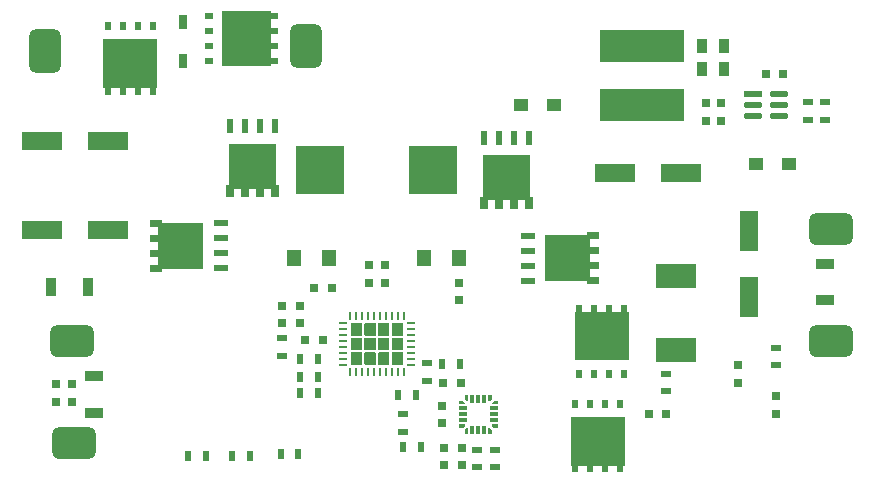
<source format=gbr>
%TF.GenerationSoftware,Altium Limited,Altium Designer,25.4.2 (15)*%
G04 Layer_Color=8421504*
%FSLAX45Y45*%
%MOMM*%
%TF.SameCoordinates,3CA1961E-9661-47C5-9BAE-CD2B19B8C498*%
%TF.FilePolarity,Positive*%
%TF.FileFunction,Paste,Top*%
%TF.Part,Single*%
G01*
G75*
%TA.AperFunction,SMDPad,CuDef*%
%ADD11R,1.60000X3.50000*%
%ADD12R,4.10000X4.10000*%
%ADD14R,0.80000X0.80000*%
%ADD15R,0.80000X0.80000*%
%ADD17R,1.27000X0.60960*%
%ADD18C,3.35614*%
%ADD20R,0.60960X1.27000*%
%ADD21R,3.50000X1.60000*%
%ADD23C,3.68719*%
%ADD24R,0.50000X0.65000*%
%ADD25R,1.28000X1.04000*%
%ADD26R,0.90000X1.30000*%
G04:AMPARAMS|DCode=27|XSize=1.55439mm|YSize=0.57213mm|CornerRadius=0.28606mm|HoleSize=0mm|Usage=FLASHONLY|Rotation=0.000|XOffset=0mm|YOffset=0mm|HoleType=Round|Shape=RoundedRectangle|*
%AMROUNDEDRECTD27*
21,1,1.55439,0.00000,0,0,0.0*
21,1,0.98226,0.57213,0,0,0.0*
1,1,0.57213,0.49113,0.00000*
1,1,0.57213,-0.49113,0.00000*
1,1,0.57213,-0.49113,0.00000*
1,1,0.57213,0.49113,0.00000*
%
%ADD27ROUNDEDRECTD27*%
%ADD28R,1.55439X0.57213*%
%ADD29R,3.40000X2.10000*%
%ADD31R,0.30000X0.70000*%
%ADD33R,0.70000X0.30000*%
%ADD34R,1.60000X0.90000*%
%ADD35R,1.30000X1.40000*%
G04:AMPARAMS|DCode=37|XSize=0.25mm|YSize=0.6mm|CornerRadius=0.05mm|HoleSize=0mm|Usage=FLASHONLY|Rotation=90.000|XOffset=0mm|YOffset=0mm|HoleType=Round|Shape=RoundedRectangle|*
%AMROUNDEDRECTD37*
21,1,0.25000,0.50000,0,0,90.0*
21,1,0.15000,0.60000,0,0,90.0*
1,1,0.10000,0.25000,0.07500*
1,1,0.10000,0.25000,-0.07500*
1,1,0.10000,-0.25000,-0.07500*
1,1,0.10000,-0.25000,0.07500*
%
%ADD37ROUNDEDRECTD37*%
G04:AMPARAMS|DCode=38|XSize=0.6mm|YSize=0.25mm|CornerRadius=0.05mm|HoleSize=0mm|Usage=FLASHONLY|Rotation=90.000|XOffset=0mm|YOffset=0mm|HoleType=Round|Shape=RoundedRectangle|*
%AMROUNDEDRECTD38*
21,1,0.60000,0.15000,0,0,90.0*
21,1,0.50000,0.25000,0,0,90.0*
1,1,0.10000,0.07500,0.25000*
1,1,0.10000,0.07500,-0.25000*
1,1,0.10000,-0.07500,-0.25000*
1,1,0.10000,-0.07500,0.25000*
%
%ADD38ROUNDEDRECTD38*%
%ADD39R,0.75000X1.25000*%
%ADD40R,0.65000X0.50000*%
%ADD41R,0.90000X1.60000*%
%ADD82R,7.16808X2.66808*%
%ADD83R,0.84390X0.54390*%
%ADD84R,0.54390X0.84390*%
G04:AMPARAMS|DCode=85|XSize=2.73106mm|YSize=3.73106mm|CornerRadius=0.61553mm|HoleSize=0mm|Usage=FLASHONLY|Rotation=90.000|XOffset=0mm|YOffset=0mm|HoleType=Round|Shape=RoundedRectangle|*
%AMROUNDEDRECTD85*
21,1,2.73106,2.50000,0,0,90.0*
21,1,1.50000,3.73106,0,0,90.0*
1,1,1.23106,1.25000,0.75000*
1,1,1.23106,1.25000,-0.75000*
1,1,1.23106,-1.25000,-0.75000*
1,1,1.23106,-1.25000,0.75000*
%
%ADD85ROUNDEDRECTD85*%
G04:AMPARAMS|DCode=86|XSize=2.73106mm|YSize=3.73106mm|CornerRadius=0.61553mm|HoleSize=0mm|Usage=FLASHONLY|Rotation=0.000|XOffset=0mm|YOffset=0mm|HoleType=Round|Shape=RoundedRectangle|*
%AMROUNDEDRECTD86*
21,1,2.73106,2.50000,0,0,0.0*
21,1,1.50000,3.73106,0,0,0.0*
1,1,1.23106,0.75000,-1.25000*
1,1,1.23106,-0.75000,-1.25000*
1,1,1.23106,-0.75000,1.25000*
1,1,1.23106,0.75000,1.25000*
%
%ADD86ROUNDEDRECTD86*%
G36*
X10057156Y8776648D02*
X10112156D01*
Y8726648D01*
X10057156D01*
Y8649648D01*
X10112156D01*
Y8599648D01*
X10057156D01*
Y8522648D01*
X10112156D01*
Y8472648D01*
X10057156D01*
Y8395648D01*
X10112156D01*
Y8345648D01*
X10057156D01*
Y8331148D01*
X9645156D01*
Y8791148D01*
X10057156D01*
Y8776648D01*
D02*
G37*
G36*
X9093500Y8142500D02*
X9079000D01*
Y8087500D01*
X9029000D01*
Y8142500D01*
X8952000D01*
Y8087500D01*
X8902000D01*
Y8142500D01*
X8825000D01*
Y8087500D01*
X8775000D01*
Y8142500D01*
X8698000D01*
Y8087500D01*
X8648000D01*
Y8142500D01*
X8633500D01*
Y8554500D01*
X9093500D01*
Y8142500D01*
D02*
G37*
G36*
X10095580Y7321400D02*
X10120980D01*
Y7219800D01*
X10060020D01*
Y7290920D01*
X9993980D01*
Y7219800D01*
X9933020D01*
Y7290920D01*
X9866980D01*
Y7219800D01*
X9806020D01*
Y7290920D01*
X9739980D01*
Y7219800D01*
X9679020D01*
Y7321400D01*
X9704420D01*
Y7671920D01*
X10095580D01*
Y7321400D01*
D02*
G37*
G36*
X12245580Y7221400D02*
X12270980D01*
Y7119800D01*
X12210020D01*
Y7190920D01*
X12143980D01*
Y7119800D01*
X12083020D01*
Y7190920D01*
X12016980D01*
Y7119800D01*
X11956020D01*
Y7190920D01*
X11889980D01*
Y7119800D01*
X11829020D01*
Y7221400D01*
X11854420D01*
Y7571920D01*
X12245580D01*
Y7221400D01*
D02*
G37*
G36*
X9134700Y7002080D02*
X9485220D01*
Y6610920D01*
X9134700D01*
Y6585520D01*
X9033100D01*
Y6646480D01*
X9104220D01*
Y6712520D01*
X9033100D01*
Y6773480D01*
X9104220D01*
Y6839520D01*
X9033100D01*
Y6900480D01*
X9104220D01*
Y6966520D01*
X9033100D01*
Y7027480D01*
X9134700D01*
Y7002080D01*
D02*
G37*
G36*
X12830200Y6860020D02*
X12759080D01*
Y6793980D01*
X12830200D01*
Y6733020D01*
X12759080D01*
Y6666980D01*
X12830200D01*
Y6606020D01*
X12759080D01*
Y6539980D01*
X12830200D01*
Y6479020D01*
X12728600D01*
Y6504420D01*
X12378080D01*
Y6895580D01*
X12728600D01*
Y6920980D01*
X12830200D01*
Y6860020D01*
D02*
G37*
G36*
X13072000Y6247500D02*
X13086501D01*
Y5835500D01*
X12626500D01*
Y6247500D01*
X12641000D01*
Y6302500D01*
X12691000D01*
Y6247500D01*
X12768000D01*
Y6302500D01*
X12817999D01*
Y6247500D01*
X12895000D01*
Y6302500D01*
X12945000D01*
Y6247500D01*
X13022000D01*
Y6302500D01*
X13072000D01*
Y6247500D01*
D02*
G37*
G36*
X11173633Y6148939D02*
X11175039Y6147532D01*
X11175801Y6145694D01*
Y6144700D01*
Y6051700D01*
Y6050705D01*
X11175039Y6048868D01*
X11173633Y6047461D01*
X11171795Y6046700D01*
X11083806D01*
X11081968Y6047461D01*
X11080562Y6048868D01*
X11079801Y6050705D01*
Y6051700D01*
Y6144700D01*
Y6145694D01*
X11080562Y6147532D01*
X11081968Y6148939D01*
X11083806Y6149700D01*
X11171795D01*
X11173633Y6148939D01*
D02*
G37*
G36*
X11057633D02*
X11059039Y6147532D01*
X11059801Y6145694D01*
Y6144700D01*
Y6051700D01*
Y6050705D01*
X11059039Y6048868D01*
X11057633Y6047461D01*
X11055795Y6046700D01*
X10967806D01*
X10965968Y6047461D01*
X10964562Y6048868D01*
X10963801Y6050705D01*
Y6051700D01*
Y6144700D01*
Y6145694D01*
X10964562Y6147532D01*
X10965968Y6148939D01*
X10967806Y6149700D01*
X11055795D01*
X11057633Y6148939D01*
D02*
G37*
G36*
X10941633D02*
X10943039Y6147532D01*
X10943801Y6145694D01*
Y6144700D01*
Y6051700D01*
Y6050705D01*
X10943039Y6048868D01*
X10941633Y6047461D01*
X10939795Y6046700D01*
X10851806D01*
X10849968Y6047461D01*
X10848561Y6048868D01*
X10847801Y6050705D01*
Y6051700D01*
Y6144700D01*
Y6145694D01*
X10848561Y6147532D01*
X10849968Y6148939D01*
X10851806Y6149700D01*
X10939795D01*
X10941633Y6148939D01*
D02*
G37*
G36*
X10825633D02*
X10827039Y6147532D01*
X10827801Y6145694D01*
Y6144700D01*
Y6051700D01*
Y6050705D01*
X10827039Y6048868D01*
X10825633Y6047461D01*
X10823795Y6046700D01*
X10735806D01*
X10733968Y6047461D01*
X10732561Y6048868D01*
X10731800Y6050705D01*
Y6051700D01*
Y6144700D01*
Y6145694D01*
X10732561Y6147532D01*
X10733968Y6148939D01*
X10735806Y6149700D01*
X10823795D01*
X10825633Y6148939D01*
D02*
G37*
G36*
X11173633Y6025939D02*
X11175039Y6024532D01*
X11175801Y6022694D01*
Y6021700D01*
Y5928700D01*
Y5927705D01*
X11175039Y5925867D01*
X11173633Y5924461D01*
X11171795Y5923700D01*
X11083806D01*
X11081968Y5924461D01*
X11080562Y5925867D01*
X11079801Y5927705D01*
Y5928700D01*
Y6021700D01*
Y6022694D01*
X11080562Y6024532D01*
X11081968Y6025939D01*
X11083806Y6026700D01*
X11171795D01*
X11173633Y6025939D01*
D02*
G37*
G36*
X11057633D02*
X11059039Y6024532D01*
X11059801Y6022694D01*
Y6021700D01*
Y5928700D01*
Y5927705D01*
X11059039Y5925867D01*
X11057633Y5924461D01*
X11055795Y5923700D01*
X10967806D01*
X10965968Y5924461D01*
X10964562Y5925867D01*
X10963801Y5927705D01*
Y5928700D01*
Y6021700D01*
Y6022694D01*
X10964562Y6024532D01*
X10965968Y6025939D01*
X10967806Y6026700D01*
X11055795D01*
X11057633Y6025939D01*
D02*
G37*
G36*
X10941633D02*
X10943039Y6024532D01*
X10943801Y6022694D01*
Y6021700D01*
Y5928700D01*
Y5927705D01*
X10943039Y5925867D01*
X10941633Y5924461D01*
X10939795Y5923700D01*
X10851806D01*
X10849968Y5924461D01*
X10848561Y5925867D01*
X10847801Y5927705D01*
Y5928700D01*
Y6021700D01*
Y6022694D01*
X10848561Y6024532D01*
X10849968Y6025939D01*
X10851806Y6026700D01*
X10939795D01*
X10941633Y6025939D01*
D02*
G37*
G36*
X10825633D02*
X10827039Y6024532D01*
X10827801Y6022694D01*
Y6021700D01*
Y5928700D01*
Y5927705D01*
X10827039Y5925867D01*
X10825633Y5924461D01*
X10823795Y5923700D01*
X10735806D01*
X10733968Y5924461D01*
X10732561Y5925867D01*
X10731800Y5927705D01*
Y5928700D01*
Y6021700D01*
Y6022694D01*
X10732561Y6024532D01*
X10733968Y6025939D01*
X10735806Y6026700D01*
X10823795D01*
X10825633Y6025939D01*
D02*
G37*
G36*
X11173633Y5902939D02*
X11175039Y5901532D01*
X11175801Y5899694D01*
Y5898700D01*
Y5805700D01*
Y5804705D01*
X11175039Y5802867D01*
X11173633Y5801461D01*
X11171795Y5800700D01*
X11083806D01*
X11081968Y5801461D01*
X11080562Y5802867D01*
X11079801Y5804705D01*
Y5805700D01*
Y5898700D01*
Y5899694D01*
X11080562Y5901532D01*
X11081968Y5902939D01*
X11083806Y5903700D01*
X11171795D01*
X11173633Y5902939D01*
D02*
G37*
G36*
X11057633D02*
X11059039Y5901532D01*
X11059801Y5899694D01*
Y5898700D01*
Y5805700D01*
Y5804705D01*
X11059039Y5802867D01*
X11057633Y5801461D01*
X11055795Y5800700D01*
X10967806D01*
X10965968Y5801461D01*
X10964562Y5802867D01*
X10963801Y5804705D01*
Y5805700D01*
Y5898700D01*
Y5899694D01*
X10964562Y5901532D01*
X10965968Y5902939D01*
X10967806Y5903700D01*
X11055795D01*
X11057633Y5902939D01*
D02*
G37*
G36*
X10941633D02*
X10943039Y5901532D01*
X10943801Y5899694D01*
Y5898700D01*
Y5805700D01*
Y5804705D01*
X10943039Y5802867D01*
X10941633Y5801461D01*
X10939795Y5800700D01*
X10851806D01*
X10849968Y5801461D01*
X10848561Y5802867D01*
X10847801Y5804705D01*
Y5805700D01*
Y5898700D01*
Y5899694D01*
X10848561Y5901532D01*
X10849968Y5902939D01*
X10851806Y5903700D01*
X10939795D01*
X10941633Y5902939D01*
D02*
G37*
G36*
X10825633D02*
X10827039Y5901532D01*
X10827801Y5899694D01*
Y5898700D01*
Y5805700D01*
Y5804705D01*
X10827039Y5802867D01*
X10825633Y5801461D01*
X10823795Y5800700D01*
X10735806D01*
X10733968Y5801461D01*
X10732561Y5802867D01*
X10731800Y5804705D01*
Y5805700D01*
Y5898700D01*
Y5899694D01*
X10732561Y5901532D01*
X10733968Y5902939D01*
X10735806Y5903700D01*
X10823795D01*
X10825633Y5902939D01*
D02*
G37*
G36*
X11926500Y5509400D02*
X11911500Y5494400D01*
X11896500D01*
Y5544400D01*
X11926500D01*
Y5509400D01*
D02*
G37*
G36*
X11726500Y5494400D02*
X11711500D01*
X11696500Y5509400D01*
Y5544400D01*
X11726500D01*
Y5494400D01*
D02*
G37*
G36*
X11976500Y5464400D02*
X11926500D01*
Y5479400D01*
X11941500Y5494400D01*
X11976500D01*
Y5464400D01*
D02*
G37*
G36*
X11696500Y5479400D02*
Y5464400D01*
X11646500D01*
Y5494400D01*
X11681500D01*
X11696500Y5479400D01*
D02*
G37*
G36*
X11976500Y5264400D02*
X11941500D01*
X11926500Y5279400D01*
Y5294400D01*
X11976500D01*
Y5264400D01*
D02*
G37*
G36*
X11696500Y5279400D02*
X11681500Y5264400D01*
X11646500D01*
Y5294400D01*
X11696500D01*
Y5279400D01*
D02*
G37*
G36*
X11926500Y5249400D02*
Y5214400D01*
X11896500D01*
Y5264400D01*
X11911500D01*
X11926500Y5249400D01*
D02*
G37*
G36*
X11726500Y5214400D02*
X11696500D01*
Y5249400D01*
X11711500Y5264400D01*
X11726500D01*
Y5214400D01*
D02*
G37*
G36*
X13053500Y4942500D02*
X13039000D01*
Y4887500D01*
X12989000D01*
Y4942500D01*
X12912000D01*
Y4887500D01*
X12862000D01*
Y4942500D01*
X12785000D01*
Y4887500D01*
X12735000D01*
Y4942500D01*
X12658000D01*
Y4887500D01*
X12608000D01*
Y4942500D01*
X12593500D01*
Y5354500D01*
X13053500D01*
Y4942500D01*
D02*
G37*
D11*
X14100000Y6930000D02*
D03*
Y6370000D02*
D03*
D12*
X11425000Y7450000D02*
D03*
X10475000D02*
D03*
D14*
X14010001Y5795000D02*
D03*
Y5645000D02*
D03*
X14330000Y5535000D02*
D03*
Y5385000D02*
D03*
X13739999Y8015000D02*
D03*
Y7865000D02*
D03*
X13870000Y8015000D02*
D03*
Y7865000D02*
D03*
X11507800Y5304400D02*
D03*
Y5454400D02*
D03*
X10890000Y6495000D02*
D03*
Y6645000D02*
D03*
X11020000Y6495000D02*
D03*
Y6645000D02*
D03*
X8370000Y5635000D02*
D03*
Y5485000D02*
D03*
X8240000Y5635000D02*
D03*
Y5485000D02*
D03*
X11650000Y6345000D02*
D03*
Y6495000D02*
D03*
D15*
X13255000Y5380000D02*
D03*
X13405000D02*
D03*
X11511500Y5645091D02*
D03*
X11661500D02*
D03*
X14395000Y8260000D02*
D03*
X14245000D02*
D03*
X11670100Y5092700D02*
D03*
X11520100D02*
D03*
X11670100Y4953000D02*
D03*
X11520100D02*
D03*
X10300000Y6300000D02*
D03*
X10150000D02*
D03*
X10300000Y6150000D02*
D03*
X10150000D02*
D03*
X10495000Y6010000D02*
D03*
X10345000D02*
D03*
X10425000Y6450000D02*
D03*
X10575000D02*
D03*
D17*
X9630000Y6616000D02*
D03*
Y6743000D02*
D03*
Y6870000D02*
D03*
Y6997000D02*
D03*
X12233300Y6890500D02*
D03*
Y6763500D02*
D03*
Y6636500D02*
D03*
Y6509500D02*
D03*
D18*
X9298768Y6799594D02*
D03*
X12056906Y7385468D02*
D03*
X9906906Y7485468D02*
D03*
X12564532Y6706906D02*
D03*
D20*
X12240500Y7716700D02*
D03*
X12113500D02*
D03*
X11986500D02*
D03*
X11859500D02*
D03*
X10090500Y7816700D02*
D03*
X9963500D02*
D03*
X9836500D02*
D03*
X9709500D02*
D03*
D21*
X12972301Y7420410D02*
D03*
X13532300D02*
D03*
X8120109Y6940200D02*
D03*
X8680109D02*
D03*
X8120000Y7690000D02*
D03*
X8680000D02*
D03*
D23*
X8867094Y8349656D02*
D03*
X12852905Y6040344D02*
D03*
X12827094Y5149656D02*
D03*
X9850000Y8564742D02*
D03*
D24*
X8673000Y8670000D02*
D03*
X8800000D02*
D03*
X8927000D02*
D03*
X9054000D02*
D03*
X13047000Y5720000D02*
D03*
X12920000D02*
D03*
X12793000D02*
D03*
X12666000D02*
D03*
X12633000Y5470000D02*
D03*
X12760000D02*
D03*
X12887000D02*
D03*
X13014000D02*
D03*
D25*
X14439999Y7500000D02*
D03*
X14160001D02*
D03*
X12170000Y8000000D02*
D03*
X12450000D02*
D03*
D26*
X13895000Y8500000D02*
D03*
X13705000D02*
D03*
X13895000Y8300000D02*
D03*
X13705000D02*
D03*
D27*
X14360030Y8095000D02*
D03*
Y8000000D02*
D03*
Y7905000D02*
D03*
X14139970D02*
D03*
Y8000000D02*
D03*
D28*
Y8095000D02*
D03*
D29*
X13489999Y5925000D02*
D03*
Y6555000D02*
D03*
D31*
X11761500Y5249400D02*
D03*
X11811500D02*
D03*
X11861500D02*
D03*
Y5509400D02*
D03*
X11811500D02*
D03*
X11761500D02*
D03*
D33*
X11681500Y5429400D02*
D03*
Y5379400D02*
D03*
Y5329400D02*
D03*
X11941500D02*
D03*
Y5379400D02*
D03*
Y5429400D02*
D03*
D34*
X14750000Y6655000D02*
D03*
Y6345000D02*
D03*
X8560000Y5395000D02*
D03*
Y5705000D02*
D03*
D35*
X11645000Y6700000D02*
D03*
X11355000D02*
D03*
X10545000D02*
D03*
X10255000D02*
D03*
D37*
X10663801Y5800200D02*
D03*
Y5850200D02*
D03*
Y5900200D02*
D03*
Y5950200D02*
D03*
Y6000200D02*
D03*
Y6050200D02*
D03*
Y6100200D02*
D03*
Y6150200D02*
D03*
X11243800D02*
D03*
Y6100200D02*
D03*
Y6050200D02*
D03*
Y6000200D02*
D03*
Y5950200D02*
D03*
Y5900200D02*
D03*
Y5850200D02*
D03*
Y5800200D02*
D03*
D38*
X10728800Y6215200D02*
D03*
X10778801D02*
D03*
X10828801D02*
D03*
X10878800D02*
D03*
X10928801D02*
D03*
X10978800D02*
D03*
X11028801D02*
D03*
X11078801D02*
D03*
X11128800D02*
D03*
X11178801D02*
D03*
Y5735200D02*
D03*
X11128800D02*
D03*
X11078801D02*
D03*
X11028801D02*
D03*
X10978800D02*
D03*
X10928801D02*
D03*
X10878800D02*
D03*
X10828801D02*
D03*
X10778801D02*
D03*
X10728800D02*
D03*
D39*
X9314956Y8702179D02*
D03*
Y8372179D02*
D03*
D40*
X9529656Y8751648D02*
D03*
Y8624648D02*
D03*
Y8497648D02*
D03*
Y8370648D02*
D03*
D41*
X8195000Y6460000D02*
D03*
X8505000D02*
D03*
D82*
X13199995Y8000000D02*
D03*
X13200000Y8500000D02*
D03*
D83*
X14330000Y5795000D02*
D03*
Y5945000D02*
D03*
X11380000Y5665000D02*
D03*
Y5815000D02*
D03*
X11804400Y4930600D02*
D03*
Y5080600D02*
D03*
X11949200Y4930600D02*
D03*
Y5080600D02*
D03*
X14600002Y8025000D02*
D03*
Y7875000D02*
D03*
X14750002D02*
D03*
Y8025000D02*
D03*
X13400000Y5725000D02*
D03*
Y5575000D02*
D03*
X11176000Y5233600D02*
D03*
Y5383600D02*
D03*
X10150000Y5875000D02*
D03*
Y6025000D02*
D03*
D84*
X9355000Y5030000D02*
D03*
X9505000D02*
D03*
X9725000D02*
D03*
X9875000D02*
D03*
X10138608Y5044064D02*
D03*
X10288609D02*
D03*
X11655000Y5810000D02*
D03*
X11505000D02*
D03*
X11327200Y5105400D02*
D03*
X11177200D02*
D03*
X10300676Y5700000D02*
D03*
X10450676D02*
D03*
X11131034Y5547275D02*
D03*
X11281034D02*
D03*
X10300676Y5562600D02*
D03*
X10450676D02*
D03*
Y5850000D02*
D03*
X10300676D02*
D03*
D85*
X14800000Y6944643D02*
D03*
X14800000Y6000000D02*
D03*
X8370000D02*
D03*
X8390000Y5140000D02*
D03*
D86*
X10350000Y8500000D02*
D03*
X8140000Y8460000D02*
D03*
%TF.MD5,5689b501abe1e72d9b55c67d6a0788fb*%
M02*

</source>
